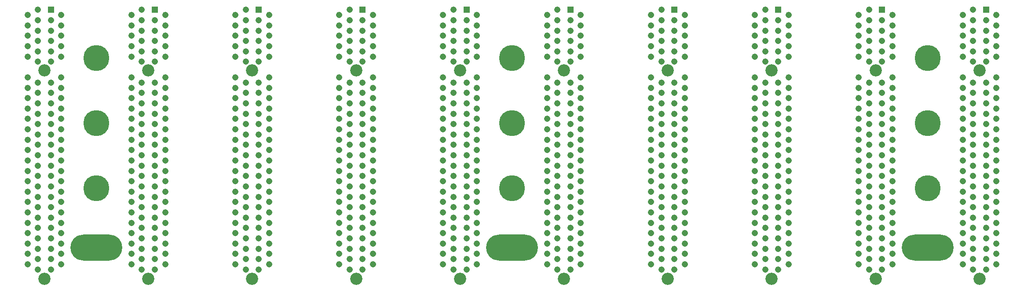
<source format=gbr>
%TF.GenerationSoftware,KiCad,Pcbnew,(5.1.9-16-g1737927814)-1*%
%TF.CreationDate,2021-09-18T11:41:58+02:00*%
%TF.ProjectId,Bussystem 10x non stack,42757373-7973-4746-956d-20313078206e,1*%
%TF.SameCoordinates,Original*%
%TF.FileFunction,Soldermask,Bot*%
%TF.FilePolarity,Negative*%
%FSLAX46Y46*%
G04 Gerber Fmt 4.6, Leading zero omitted, Abs format (unit mm)*
G04 Created by KiCad (PCBNEW (5.1.9-16-g1737927814)-1) date 2021-09-18 11:41:58*
%MOMM*%
%LPD*%
G01*
G04 APERTURE LIST*
%ADD10O,10.000000X5.000000*%
%ADD11C,5.000000*%
%ADD12R,1.208000X1.208000*%
%ADD13C,1.208000*%
%ADD14C,2.350000*%
G04 APERTURE END LIST*
D10*
%TO.C,DRA2*%
X135000000Y-99000000D03*
D11*
X135000000Y-75000000D03*
X135000000Y-87500000D03*
X135000000Y-62500000D03*
%TD*%
D10*
%TO.C,DRA3*%
X55000000Y-99000000D03*
D11*
X55000000Y-75000000D03*
X55000000Y-87500000D03*
X55000000Y-62500000D03*
%TD*%
D10*
%TO.C,DRA1*%
X215000000Y-99000000D03*
D11*
X215000000Y-75000000D03*
X215000000Y-87500000D03*
X215000000Y-62500000D03*
%TD*%
D12*
%TO.C,J1*%
X46250000Y-53190000D03*
D13*
X48250000Y-54190000D03*
X43750000Y-53190000D03*
X41750000Y-54190000D03*
X46250000Y-55190000D03*
X48250000Y-56190000D03*
X43750000Y-55190000D03*
X41750000Y-56190000D03*
X46250000Y-57190000D03*
X48250000Y-58190000D03*
X43750000Y-57190000D03*
X41750000Y-58190000D03*
X46250000Y-59190000D03*
X48250000Y-60190000D03*
X43750000Y-59190000D03*
X41750000Y-60190000D03*
X46250000Y-61190000D03*
X48250000Y-62190000D03*
X43750000Y-61190000D03*
X41750000Y-62190000D03*
X46250000Y-63190000D03*
X43750000Y-63190000D03*
X48250000Y-66190000D03*
X41750000Y-66190000D03*
X46250000Y-67190000D03*
X48250000Y-68190000D03*
X43750000Y-67190000D03*
X41750000Y-68190000D03*
X46250000Y-69190000D03*
X48250000Y-70190000D03*
X43750000Y-69190000D03*
X41750000Y-70190000D03*
X46250000Y-71190000D03*
X48250000Y-72190000D03*
X43750000Y-71190000D03*
X41750000Y-72190000D03*
X46250000Y-73190000D03*
X48250000Y-74190000D03*
X43750000Y-73190000D03*
X41750000Y-74190000D03*
X46250000Y-75190000D03*
X43750000Y-75190000D03*
X48250000Y-76190000D03*
X41750000Y-76190000D03*
X46250000Y-77190000D03*
X48250000Y-78190000D03*
X43750000Y-77190000D03*
X41750000Y-78190000D03*
X46250000Y-79190000D03*
X48250000Y-80190000D03*
X43750000Y-79190000D03*
X41750000Y-80190000D03*
X46250000Y-81190000D03*
X48250000Y-82190000D03*
X43750000Y-81190000D03*
X41750000Y-82190000D03*
X46250000Y-83190000D03*
X48250000Y-84190000D03*
X43750000Y-83190000D03*
X41750000Y-84190000D03*
X46250000Y-85190000D03*
X43750000Y-85190000D03*
X48250000Y-86190000D03*
X41750000Y-86190000D03*
D14*
X45000000Y-64840000D03*
X45000000Y-105000000D03*
D13*
X46250000Y-87190000D03*
X48250000Y-88190000D03*
X43750000Y-87190000D03*
X41750000Y-88190000D03*
X46250000Y-89190000D03*
X43750000Y-89190000D03*
X48250000Y-90190000D03*
X41750000Y-90190000D03*
X46250000Y-91190000D03*
X48250000Y-92190000D03*
X43750000Y-91190000D03*
X41750000Y-92190000D03*
X46250000Y-93190000D03*
X43750000Y-93190000D03*
X48250000Y-94190000D03*
X41750000Y-94190000D03*
X46250000Y-95190000D03*
X48250000Y-96190000D03*
X43750000Y-95190000D03*
X41750000Y-96190000D03*
X46250000Y-97190000D03*
X43750000Y-97190000D03*
X48250000Y-98190000D03*
X41750000Y-98190000D03*
X46250000Y-99190000D03*
X48250000Y-100190000D03*
X43750000Y-99190000D03*
X41750000Y-100190000D03*
X46250000Y-101190000D03*
X43750000Y-101190000D03*
X48250000Y-102190000D03*
X41750000Y-102190000D03*
X43750000Y-103190000D03*
X46250000Y-103190000D03*
%TD*%
%TO.C,J2*%
X66250000Y-103190000D03*
X63750000Y-103190000D03*
X61750000Y-102190000D03*
X68250000Y-102190000D03*
X63750000Y-101190000D03*
X66250000Y-101190000D03*
X61750000Y-100190000D03*
X63750000Y-99190000D03*
X68250000Y-100190000D03*
X66250000Y-99190000D03*
X61750000Y-98190000D03*
X68250000Y-98190000D03*
X63750000Y-97190000D03*
X66250000Y-97190000D03*
X61750000Y-96190000D03*
X63750000Y-95190000D03*
X68250000Y-96190000D03*
X66250000Y-95190000D03*
X61750000Y-94190000D03*
X68250000Y-94190000D03*
X63750000Y-93190000D03*
X66250000Y-93190000D03*
X61750000Y-92190000D03*
X63750000Y-91190000D03*
X68250000Y-92190000D03*
X66250000Y-91190000D03*
X61750000Y-90190000D03*
X68250000Y-90190000D03*
X63750000Y-89190000D03*
X66250000Y-89190000D03*
X61750000Y-88190000D03*
X63750000Y-87190000D03*
X68250000Y-88190000D03*
X66250000Y-87190000D03*
D14*
X65000000Y-105000000D03*
X65000000Y-64840000D03*
D13*
X61750000Y-86190000D03*
X68250000Y-86190000D03*
X63750000Y-85190000D03*
X66250000Y-85190000D03*
X61750000Y-84190000D03*
X63750000Y-83190000D03*
X68250000Y-84190000D03*
X66250000Y-83190000D03*
X61750000Y-82190000D03*
X63750000Y-81190000D03*
X68250000Y-82190000D03*
X66250000Y-81190000D03*
X61750000Y-80190000D03*
X63750000Y-79190000D03*
X68250000Y-80190000D03*
X66250000Y-79190000D03*
X61750000Y-78190000D03*
X63750000Y-77190000D03*
X68250000Y-78190000D03*
X66250000Y-77190000D03*
X61750000Y-76190000D03*
X68250000Y-76190000D03*
X63750000Y-75190000D03*
X66250000Y-75190000D03*
X61750000Y-74190000D03*
X63750000Y-73190000D03*
X68250000Y-74190000D03*
X66250000Y-73190000D03*
X61750000Y-72190000D03*
X63750000Y-71190000D03*
X68250000Y-72190000D03*
X66250000Y-71190000D03*
X61750000Y-70190000D03*
X63750000Y-69190000D03*
X68250000Y-70190000D03*
X66250000Y-69190000D03*
X61750000Y-68190000D03*
X63750000Y-67190000D03*
X68250000Y-68190000D03*
X66250000Y-67190000D03*
X61750000Y-66190000D03*
X68250000Y-66190000D03*
X63750000Y-63190000D03*
X66250000Y-63190000D03*
X61750000Y-62190000D03*
X63750000Y-61190000D03*
X68250000Y-62190000D03*
X66250000Y-61190000D03*
X61750000Y-60190000D03*
X63750000Y-59190000D03*
X68250000Y-60190000D03*
X66250000Y-59190000D03*
X61750000Y-58190000D03*
X63750000Y-57190000D03*
X68250000Y-58190000D03*
X66250000Y-57190000D03*
X61750000Y-56190000D03*
X63750000Y-55190000D03*
X68250000Y-56190000D03*
X66250000Y-55190000D03*
X61750000Y-54190000D03*
X63750000Y-53190000D03*
X68250000Y-54190000D03*
D12*
X66250000Y-53190000D03*
%TD*%
%TO.C,J3*%
X86250000Y-53190000D03*
D13*
X88250000Y-54190000D03*
X83750000Y-53190000D03*
X81750000Y-54190000D03*
X86250000Y-55190000D03*
X88250000Y-56190000D03*
X83750000Y-55190000D03*
X81750000Y-56190000D03*
X86250000Y-57190000D03*
X88250000Y-58190000D03*
X83750000Y-57190000D03*
X81750000Y-58190000D03*
X86250000Y-59190000D03*
X88250000Y-60190000D03*
X83750000Y-59190000D03*
X81750000Y-60190000D03*
X86250000Y-61190000D03*
X88250000Y-62190000D03*
X83750000Y-61190000D03*
X81750000Y-62190000D03*
X86250000Y-63190000D03*
X83750000Y-63190000D03*
X88250000Y-66190000D03*
X81750000Y-66190000D03*
X86250000Y-67190000D03*
X88250000Y-68190000D03*
X83750000Y-67190000D03*
X81750000Y-68190000D03*
X86250000Y-69190000D03*
X88250000Y-70190000D03*
X83750000Y-69190000D03*
X81750000Y-70190000D03*
X86250000Y-71190000D03*
X88250000Y-72190000D03*
X83750000Y-71190000D03*
X81750000Y-72190000D03*
X86250000Y-73190000D03*
X88250000Y-74190000D03*
X83750000Y-73190000D03*
X81750000Y-74190000D03*
X86250000Y-75190000D03*
X83750000Y-75190000D03*
X88250000Y-76190000D03*
X81750000Y-76190000D03*
X86250000Y-77190000D03*
X88250000Y-78190000D03*
X83750000Y-77190000D03*
X81750000Y-78190000D03*
X86250000Y-79190000D03*
X88250000Y-80190000D03*
X83750000Y-79190000D03*
X81750000Y-80190000D03*
X86250000Y-81190000D03*
X88250000Y-82190000D03*
X83750000Y-81190000D03*
X81750000Y-82190000D03*
X86250000Y-83190000D03*
X88250000Y-84190000D03*
X83750000Y-83190000D03*
X81750000Y-84190000D03*
X86250000Y-85190000D03*
X83750000Y-85190000D03*
X88250000Y-86190000D03*
X81750000Y-86190000D03*
D14*
X85000000Y-64840000D03*
X85000000Y-105000000D03*
D13*
X86250000Y-87190000D03*
X88250000Y-88190000D03*
X83750000Y-87190000D03*
X81750000Y-88190000D03*
X86250000Y-89190000D03*
X83750000Y-89190000D03*
X88250000Y-90190000D03*
X81750000Y-90190000D03*
X86250000Y-91190000D03*
X88250000Y-92190000D03*
X83750000Y-91190000D03*
X81750000Y-92190000D03*
X86250000Y-93190000D03*
X83750000Y-93190000D03*
X88250000Y-94190000D03*
X81750000Y-94190000D03*
X86250000Y-95190000D03*
X88250000Y-96190000D03*
X83750000Y-95190000D03*
X81750000Y-96190000D03*
X86250000Y-97190000D03*
X83750000Y-97190000D03*
X88250000Y-98190000D03*
X81750000Y-98190000D03*
X86250000Y-99190000D03*
X88250000Y-100190000D03*
X83750000Y-99190000D03*
X81750000Y-100190000D03*
X86250000Y-101190000D03*
X83750000Y-101190000D03*
X88250000Y-102190000D03*
X81750000Y-102190000D03*
X83750000Y-103190000D03*
X86250000Y-103190000D03*
%TD*%
%TO.C,J4*%
X106250000Y-103190000D03*
X103750000Y-103190000D03*
X101750000Y-102190000D03*
X108250000Y-102190000D03*
X103750000Y-101190000D03*
X106250000Y-101190000D03*
X101750000Y-100190000D03*
X103750000Y-99190000D03*
X108250000Y-100190000D03*
X106250000Y-99190000D03*
X101750000Y-98190000D03*
X108250000Y-98190000D03*
X103750000Y-97190000D03*
X106250000Y-97190000D03*
X101750000Y-96190000D03*
X103750000Y-95190000D03*
X108250000Y-96190000D03*
X106250000Y-95190000D03*
X101750000Y-94190000D03*
X108250000Y-94190000D03*
X103750000Y-93190000D03*
X106250000Y-93190000D03*
X101750000Y-92190000D03*
X103750000Y-91190000D03*
X108250000Y-92190000D03*
X106250000Y-91190000D03*
X101750000Y-90190000D03*
X108250000Y-90190000D03*
X103750000Y-89190000D03*
X106250000Y-89190000D03*
X101750000Y-88190000D03*
X103750000Y-87190000D03*
X108250000Y-88190000D03*
X106250000Y-87190000D03*
D14*
X105000000Y-105000000D03*
X105000000Y-64840000D03*
D13*
X101750000Y-86190000D03*
X108250000Y-86190000D03*
X103750000Y-85190000D03*
X106250000Y-85190000D03*
X101750000Y-84190000D03*
X103750000Y-83190000D03*
X108250000Y-84190000D03*
X106250000Y-83190000D03*
X101750000Y-82190000D03*
X103750000Y-81190000D03*
X108250000Y-82190000D03*
X106250000Y-81190000D03*
X101750000Y-80190000D03*
X103750000Y-79190000D03*
X108250000Y-80190000D03*
X106250000Y-79190000D03*
X101750000Y-78190000D03*
X103750000Y-77190000D03*
X108250000Y-78190000D03*
X106250000Y-77190000D03*
X101750000Y-76190000D03*
X108250000Y-76190000D03*
X103750000Y-75190000D03*
X106250000Y-75190000D03*
X101750000Y-74190000D03*
X103750000Y-73190000D03*
X108250000Y-74190000D03*
X106250000Y-73190000D03*
X101750000Y-72190000D03*
X103750000Y-71190000D03*
X108250000Y-72190000D03*
X106250000Y-71190000D03*
X101750000Y-70190000D03*
X103750000Y-69190000D03*
X108250000Y-70190000D03*
X106250000Y-69190000D03*
X101750000Y-68190000D03*
X103750000Y-67190000D03*
X108250000Y-68190000D03*
X106250000Y-67190000D03*
X101750000Y-66190000D03*
X108250000Y-66190000D03*
X103750000Y-63190000D03*
X106250000Y-63190000D03*
X101750000Y-62190000D03*
X103750000Y-61190000D03*
X108250000Y-62190000D03*
X106250000Y-61190000D03*
X101750000Y-60190000D03*
X103750000Y-59190000D03*
X108250000Y-60190000D03*
X106250000Y-59190000D03*
X101750000Y-58190000D03*
X103750000Y-57190000D03*
X108250000Y-58190000D03*
X106250000Y-57190000D03*
X101750000Y-56190000D03*
X103750000Y-55190000D03*
X108250000Y-56190000D03*
X106250000Y-55190000D03*
X101750000Y-54190000D03*
X103750000Y-53190000D03*
X108250000Y-54190000D03*
D12*
X106250000Y-53190000D03*
%TD*%
%TO.C,J5*%
X126250000Y-53190000D03*
D13*
X128250000Y-54190000D03*
X123750000Y-53190000D03*
X121750000Y-54190000D03*
X126250000Y-55190000D03*
X128250000Y-56190000D03*
X123750000Y-55190000D03*
X121750000Y-56190000D03*
X126250000Y-57190000D03*
X128250000Y-58190000D03*
X123750000Y-57190000D03*
X121750000Y-58190000D03*
X126250000Y-59190000D03*
X128250000Y-60190000D03*
X123750000Y-59190000D03*
X121750000Y-60190000D03*
X126250000Y-61190000D03*
X128250000Y-62190000D03*
X123750000Y-61190000D03*
X121750000Y-62190000D03*
X126250000Y-63190000D03*
X123750000Y-63190000D03*
X128250000Y-66190000D03*
X121750000Y-66190000D03*
X126250000Y-67190000D03*
X128250000Y-68190000D03*
X123750000Y-67190000D03*
X121750000Y-68190000D03*
X126250000Y-69190000D03*
X128250000Y-70190000D03*
X123750000Y-69190000D03*
X121750000Y-70190000D03*
X126250000Y-71190000D03*
X128250000Y-72190000D03*
X123750000Y-71190000D03*
X121750000Y-72190000D03*
X126250000Y-73190000D03*
X128250000Y-74190000D03*
X123750000Y-73190000D03*
X121750000Y-74190000D03*
X126250000Y-75190000D03*
X123750000Y-75190000D03*
X128250000Y-76190000D03*
X121750000Y-76190000D03*
X126250000Y-77190000D03*
X128250000Y-78190000D03*
X123750000Y-77190000D03*
X121750000Y-78190000D03*
X126250000Y-79190000D03*
X128250000Y-80190000D03*
X123750000Y-79190000D03*
X121750000Y-80190000D03*
X126250000Y-81190000D03*
X128250000Y-82190000D03*
X123750000Y-81190000D03*
X121750000Y-82190000D03*
X126250000Y-83190000D03*
X128250000Y-84190000D03*
X123750000Y-83190000D03*
X121750000Y-84190000D03*
X126250000Y-85190000D03*
X123750000Y-85190000D03*
X128250000Y-86190000D03*
X121750000Y-86190000D03*
D14*
X125000000Y-64840000D03*
X125000000Y-105000000D03*
D13*
X126250000Y-87190000D03*
X128250000Y-88190000D03*
X123750000Y-87190000D03*
X121750000Y-88190000D03*
X126250000Y-89190000D03*
X123750000Y-89190000D03*
X128250000Y-90190000D03*
X121750000Y-90190000D03*
X126250000Y-91190000D03*
X128250000Y-92190000D03*
X123750000Y-91190000D03*
X121750000Y-92190000D03*
X126250000Y-93190000D03*
X123750000Y-93190000D03*
X128250000Y-94190000D03*
X121750000Y-94190000D03*
X126250000Y-95190000D03*
X128250000Y-96190000D03*
X123750000Y-95190000D03*
X121750000Y-96190000D03*
X126250000Y-97190000D03*
X123750000Y-97190000D03*
X128250000Y-98190000D03*
X121750000Y-98190000D03*
X126250000Y-99190000D03*
X128250000Y-100190000D03*
X123750000Y-99190000D03*
X121750000Y-100190000D03*
X126250000Y-101190000D03*
X123750000Y-101190000D03*
X128250000Y-102190000D03*
X121750000Y-102190000D03*
X123750000Y-103190000D03*
X126250000Y-103190000D03*
%TD*%
%TO.C,J6*%
X146250000Y-103190000D03*
X143750000Y-103190000D03*
X141750000Y-102190000D03*
X148250000Y-102190000D03*
X143750000Y-101190000D03*
X146250000Y-101190000D03*
X141750000Y-100190000D03*
X143750000Y-99190000D03*
X148250000Y-100190000D03*
X146250000Y-99190000D03*
X141750000Y-98190000D03*
X148250000Y-98190000D03*
X143750000Y-97190000D03*
X146250000Y-97190000D03*
X141750000Y-96190000D03*
X143750000Y-95190000D03*
X148250000Y-96190000D03*
X146250000Y-95190000D03*
X141750000Y-94190000D03*
X148250000Y-94190000D03*
X143750000Y-93190000D03*
X146250000Y-93190000D03*
X141750000Y-92190000D03*
X143750000Y-91190000D03*
X148250000Y-92190000D03*
X146250000Y-91190000D03*
X141750000Y-90190000D03*
X148250000Y-90190000D03*
X143750000Y-89190000D03*
X146250000Y-89190000D03*
X141750000Y-88190000D03*
X143750000Y-87190000D03*
X148250000Y-88190000D03*
X146250000Y-87190000D03*
D14*
X145000000Y-105000000D03*
X145000000Y-64840000D03*
D13*
X141750000Y-86190000D03*
X148250000Y-86190000D03*
X143750000Y-85190000D03*
X146250000Y-85190000D03*
X141750000Y-84190000D03*
X143750000Y-83190000D03*
X148250000Y-84190000D03*
X146250000Y-83190000D03*
X141750000Y-82190000D03*
X143750000Y-81190000D03*
X148250000Y-82190000D03*
X146250000Y-81190000D03*
X141750000Y-80190000D03*
X143750000Y-79190000D03*
X148250000Y-80190000D03*
X146250000Y-79190000D03*
X141750000Y-78190000D03*
X143750000Y-77190000D03*
X148250000Y-78190000D03*
X146250000Y-77190000D03*
X141750000Y-76190000D03*
X148250000Y-76190000D03*
X143750000Y-75190000D03*
X146250000Y-75190000D03*
X141750000Y-74190000D03*
X143750000Y-73190000D03*
X148250000Y-74190000D03*
X146250000Y-73190000D03*
X141750000Y-72190000D03*
X143750000Y-71190000D03*
X148250000Y-72190000D03*
X146250000Y-71190000D03*
X141750000Y-70190000D03*
X143750000Y-69190000D03*
X148250000Y-70190000D03*
X146250000Y-69190000D03*
X141750000Y-68190000D03*
X143750000Y-67190000D03*
X148250000Y-68190000D03*
X146250000Y-67190000D03*
X141750000Y-66190000D03*
X148250000Y-66190000D03*
X143750000Y-63190000D03*
X146250000Y-63190000D03*
X141750000Y-62190000D03*
X143750000Y-61190000D03*
X148250000Y-62190000D03*
X146250000Y-61190000D03*
X141750000Y-60190000D03*
X143750000Y-59190000D03*
X148250000Y-60190000D03*
X146250000Y-59190000D03*
X141750000Y-58190000D03*
X143750000Y-57190000D03*
X148250000Y-58190000D03*
X146250000Y-57190000D03*
X141750000Y-56190000D03*
X143750000Y-55190000D03*
X148250000Y-56190000D03*
X146250000Y-55190000D03*
X141750000Y-54190000D03*
X143750000Y-53190000D03*
X148250000Y-54190000D03*
D12*
X146250000Y-53190000D03*
%TD*%
%TO.C,J7*%
X166250000Y-53190000D03*
D13*
X168250000Y-54190000D03*
X163750000Y-53190000D03*
X161750000Y-54190000D03*
X166250000Y-55190000D03*
X168250000Y-56190000D03*
X163750000Y-55190000D03*
X161750000Y-56190000D03*
X166250000Y-57190000D03*
X168250000Y-58190000D03*
X163750000Y-57190000D03*
X161750000Y-58190000D03*
X166250000Y-59190000D03*
X168250000Y-60190000D03*
X163750000Y-59190000D03*
X161750000Y-60190000D03*
X166250000Y-61190000D03*
X168250000Y-62190000D03*
X163750000Y-61190000D03*
X161750000Y-62190000D03*
X166250000Y-63190000D03*
X163750000Y-63190000D03*
X168250000Y-66190000D03*
X161750000Y-66190000D03*
X166250000Y-67190000D03*
X168250000Y-68190000D03*
X163750000Y-67190000D03*
X161750000Y-68190000D03*
X166250000Y-69190000D03*
X168250000Y-70190000D03*
X163750000Y-69190000D03*
X161750000Y-70190000D03*
X166250000Y-71190000D03*
X168250000Y-72190000D03*
X163750000Y-71190000D03*
X161750000Y-72190000D03*
X166250000Y-73190000D03*
X168250000Y-74190000D03*
X163750000Y-73190000D03*
X161750000Y-74190000D03*
X166250000Y-75190000D03*
X163750000Y-75190000D03*
X168250000Y-76190000D03*
X161750000Y-76190000D03*
X166250000Y-77190000D03*
X168250000Y-78190000D03*
X163750000Y-77190000D03*
X161750000Y-78190000D03*
X166250000Y-79190000D03*
X168250000Y-80190000D03*
X163750000Y-79190000D03*
X161750000Y-80190000D03*
X166250000Y-81190000D03*
X168250000Y-82190000D03*
X163750000Y-81190000D03*
X161750000Y-82190000D03*
X166250000Y-83190000D03*
X168250000Y-84190000D03*
X163750000Y-83190000D03*
X161750000Y-84190000D03*
X166250000Y-85190000D03*
X163750000Y-85190000D03*
X168250000Y-86190000D03*
X161750000Y-86190000D03*
D14*
X165000000Y-64840000D03*
X165000000Y-105000000D03*
D13*
X166250000Y-87190000D03*
X168250000Y-88190000D03*
X163750000Y-87190000D03*
X161750000Y-88190000D03*
X166250000Y-89190000D03*
X163750000Y-89190000D03*
X168250000Y-90190000D03*
X161750000Y-90190000D03*
X166250000Y-91190000D03*
X168250000Y-92190000D03*
X163750000Y-91190000D03*
X161750000Y-92190000D03*
X166250000Y-93190000D03*
X163750000Y-93190000D03*
X168250000Y-94190000D03*
X161750000Y-94190000D03*
X166250000Y-95190000D03*
X168250000Y-96190000D03*
X163750000Y-95190000D03*
X161750000Y-96190000D03*
X166250000Y-97190000D03*
X163750000Y-97190000D03*
X168250000Y-98190000D03*
X161750000Y-98190000D03*
X166250000Y-99190000D03*
X168250000Y-100190000D03*
X163750000Y-99190000D03*
X161750000Y-100190000D03*
X166250000Y-101190000D03*
X163750000Y-101190000D03*
X168250000Y-102190000D03*
X161750000Y-102190000D03*
X163750000Y-103190000D03*
X166250000Y-103190000D03*
%TD*%
%TO.C,J8*%
X186250000Y-103190000D03*
X183750000Y-103190000D03*
X181750000Y-102190000D03*
X188250000Y-102190000D03*
X183750000Y-101190000D03*
X186250000Y-101190000D03*
X181750000Y-100190000D03*
X183750000Y-99190000D03*
X188250000Y-100190000D03*
X186250000Y-99190000D03*
X181750000Y-98190000D03*
X188250000Y-98190000D03*
X183750000Y-97190000D03*
X186250000Y-97190000D03*
X181750000Y-96190000D03*
X183750000Y-95190000D03*
X188250000Y-96190000D03*
X186250000Y-95190000D03*
X181750000Y-94190000D03*
X188250000Y-94190000D03*
X183750000Y-93190000D03*
X186250000Y-93190000D03*
X181750000Y-92190000D03*
X183750000Y-91190000D03*
X188250000Y-92190000D03*
X186250000Y-91190000D03*
X181750000Y-90190000D03*
X188250000Y-90190000D03*
X183750000Y-89190000D03*
X186250000Y-89190000D03*
X181750000Y-88190000D03*
X183750000Y-87190000D03*
X188250000Y-88190000D03*
X186250000Y-87190000D03*
D14*
X185000000Y-105000000D03*
X185000000Y-64840000D03*
D13*
X181750000Y-86190000D03*
X188250000Y-86190000D03*
X183750000Y-85190000D03*
X186250000Y-85190000D03*
X181750000Y-84190000D03*
X183750000Y-83190000D03*
X188250000Y-84190000D03*
X186250000Y-83190000D03*
X181750000Y-82190000D03*
X183750000Y-81190000D03*
X188250000Y-82190000D03*
X186250000Y-81190000D03*
X181750000Y-80190000D03*
X183750000Y-79190000D03*
X188250000Y-80190000D03*
X186250000Y-79190000D03*
X181750000Y-78190000D03*
X183750000Y-77190000D03*
X188250000Y-78190000D03*
X186250000Y-77190000D03*
X181750000Y-76190000D03*
X188250000Y-76190000D03*
X183750000Y-75190000D03*
X186250000Y-75190000D03*
X181750000Y-74190000D03*
X183750000Y-73190000D03*
X188250000Y-74190000D03*
X186250000Y-73190000D03*
X181750000Y-72190000D03*
X183750000Y-71190000D03*
X188250000Y-72190000D03*
X186250000Y-71190000D03*
X181750000Y-70190000D03*
X183750000Y-69190000D03*
X188250000Y-70190000D03*
X186250000Y-69190000D03*
X181750000Y-68190000D03*
X183750000Y-67190000D03*
X188250000Y-68190000D03*
X186250000Y-67190000D03*
X181750000Y-66190000D03*
X188250000Y-66190000D03*
X183750000Y-63190000D03*
X186250000Y-63190000D03*
X181750000Y-62190000D03*
X183750000Y-61190000D03*
X188250000Y-62190000D03*
X186250000Y-61190000D03*
X181750000Y-60190000D03*
X183750000Y-59190000D03*
X188250000Y-60190000D03*
X186250000Y-59190000D03*
X181750000Y-58190000D03*
X183750000Y-57190000D03*
X188250000Y-58190000D03*
X186250000Y-57190000D03*
X181750000Y-56190000D03*
X183750000Y-55190000D03*
X188250000Y-56190000D03*
X186250000Y-55190000D03*
X181750000Y-54190000D03*
X183750000Y-53190000D03*
X188250000Y-54190000D03*
D12*
X186250000Y-53190000D03*
%TD*%
%TO.C,J9*%
X206250000Y-53190000D03*
D13*
X208250000Y-54190000D03*
X203750000Y-53190000D03*
X201750000Y-54190000D03*
X206250000Y-55190000D03*
X208250000Y-56190000D03*
X203750000Y-55190000D03*
X201750000Y-56190000D03*
X206250000Y-57190000D03*
X208250000Y-58190000D03*
X203750000Y-57190000D03*
X201750000Y-58190000D03*
X206250000Y-59190000D03*
X208250000Y-60190000D03*
X203750000Y-59190000D03*
X201750000Y-60190000D03*
X206250000Y-61190000D03*
X208250000Y-62190000D03*
X203750000Y-61190000D03*
X201750000Y-62190000D03*
X206250000Y-63190000D03*
X203750000Y-63190000D03*
X208250000Y-66190000D03*
X201750000Y-66190000D03*
X206250000Y-67190000D03*
X208250000Y-68190000D03*
X203750000Y-67190000D03*
X201750000Y-68190000D03*
X206250000Y-69190000D03*
X208250000Y-70190000D03*
X203750000Y-69190000D03*
X201750000Y-70190000D03*
X206250000Y-71190000D03*
X208250000Y-72190000D03*
X203750000Y-71190000D03*
X201750000Y-72190000D03*
X206250000Y-73190000D03*
X208250000Y-74190000D03*
X203750000Y-73190000D03*
X201750000Y-74190000D03*
X206250000Y-75190000D03*
X203750000Y-75190000D03*
X208250000Y-76190000D03*
X201750000Y-76190000D03*
X206250000Y-77190000D03*
X208250000Y-78190000D03*
X203750000Y-77190000D03*
X201750000Y-78190000D03*
X206250000Y-79190000D03*
X208250000Y-80190000D03*
X203750000Y-79190000D03*
X201750000Y-80190000D03*
X206250000Y-81190000D03*
X208250000Y-82190000D03*
X203750000Y-81190000D03*
X201750000Y-82190000D03*
X206250000Y-83190000D03*
X208250000Y-84190000D03*
X203750000Y-83190000D03*
X201750000Y-84190000D03*
X206250000Y-85190000D03*
X203750000Y-85190000D03*
X208250000Y-86190000D03*
X201750000Y-86190000D03*
D14*
X205000000Y-64840000D03*
X205000000Y-105000000D03*
D13*
X206250000Y-87190000D03*
X208250000Y-88190000D03*
X203750000Y-87190000D03*
X201750000Y-88190000D03*
X206250000Y-89190000D03*
X203750000Y-89190000D03*
X208250000Y-90190000D03*
X201750000Y-90190000D03*
X206250000Y-91190000D03*
X208250000Y-92190000D03*
X203750000Y-91190000D03*
X201750000Y-92190000D03*
X206250000Y-93190000D03*
X203750000Y-93190000D03*
X208250000Y-94190000D03*
X201750000Y-94190000D03*
X206250000Y-95190000D03*
X208250000Y-96190000D03*
X203750000Y-95190000D03*
X201750000Y-96190000D03*
X206250000Y-97190000D03*
X203750000Y-97190000D03*
X208250000Y-98190000D03*
X201750000Y-98190000D03*
X206250000Y-99190000D03*
X208250000Y-100190000D03*
X203750000Y-99190000D03*
X201750000Y-100190000D03*
X206250000Y-101190000D03*
X203750000Y-101190000D03*
X208250000Y-102190000D03*
X201750000Y-102190000D03*
X203750000Y-103190000D03*
X206250000Y-103190000D03*
%TD*%
%TO.C,J10*%
X226250000Y-103190000D03*
X223750000Y-103190000D03*
X221750000Y-102190000D03*
X228250000Y-102190000D03*
X223750000Y-101190000D03*
X226250000Y-101190000D03*
X221750000Y-100190000D03*
X223750000Y-99190000D03*
X228250000Y-100190000D03*
X226250000Y-99190000D03*
X221750000Y-98190000D03*
X228250000Y-98190000D03*
X223750000Y-97190000D03*
X226250000Y-97190000D03*
X221750000Y-96190000D03*
X223750000Y-95190000D03*
X228250000Y-96190000D03*
X226250000Y-95190000D03*
X221750000Y-94190000D03*
X228250000Y-94190000D03*
X223750000Y-93190000D03*
X226250000Y-93190000D03*
X221750000Y-92190000D03*
X223750000Y-91190000D03*
X228250000Y-92190000D03*
X226250000Y-91190000D03*
X221750000Y-90190000D03*
X228250000Y-90190000D03*
X223750000Y-89190000D03*
X226250000Y-89190000D03*
X221750000Y-88190000D03*
X223750000Y-87190000D03*
X228250000Y-88190000D03*
X226250000Y-87190000D03*
D14*
X225000000Y-105000000D03*
X225000000Y-64840000D03*
D13*
X221750000Y-86190000D03*
X228250000Y-86190000D03*
X223750000Y-85190000D03*
X226250000Y-85190000D03*
X221750000Y-84190000D03*
X223750000Y-83190000D03*
X228250000Y-84190000D03*
X226250000Y-83190000D03*
X221750000Y-82190000D03*
X223750000Y-81190000D03*
X228250000Y-82190000D03*
X226250000Y-81190000D03*
X221750000Y-80190000D03*
X223750000Y-79190000D03*
X228250000Y-80190000D03*
X226250000Y-79190000D03*
X221750000Y-78190000D03*
X223750000Y-77190000D03*
X228250000Y-78190000D03*
X226250000Y-77190000D03*
X221750000Y-76190000D03*
X228250000Y-76190000D03*
X223750000Y-75190000D03*
X226250000Y-75190000D03*
X221750000Y-74190000D03*
X223750000Y-73190000D03*
X228250000Y-74190000D03*
X226250000Y-73190000D03*
X221750000Y-72190000D03*
X223750000Y-71190000D03*
X228250000Y-72190000D03*
X226250000Y-71190000D03*
X221750000Y-70190000D03*
X223750000Y-69190000D03*
X228250000Y-70190000D03*
X226250000Y-69190000D03*
X221750000Y-68190000D03*
X223750000Y-67190000D03*
X228250000Y-68190000D03*
X226250000Y-67190000D03*
X221750000Y-66190000D03*
X228250000Y-66190000D03*
X223750000Y-63190000D03*
X226250000Y-63190000D03*
X221750000Y-62190000D03*
X223750000Y-61190000D03*
X228250000Y-62190000D03*
X226250000Y-61190000D03*
X221750000Y-60190000D03*
X223750000Y-59190000D03*
X228250000Y-60190000D03*
X226250000Y-59190000D03*
X221750000Y-58190000D03*
X223750000Y-57190000D03*
X228250000Y-58190000D03*
X226250000Y-57190000D03*
X221750000Y-56190000D03*
X223750000Y-55190000D03*
X228250000Y-56190000D03*
X226250000Y-55190000D03*
X221750000Y-54190000D03*
X223750000Y-53190000D03*
X228250000Y-54190000D03*
D12*
X226250000Y-53190000D03*
%TD*%
M02*

</source>
